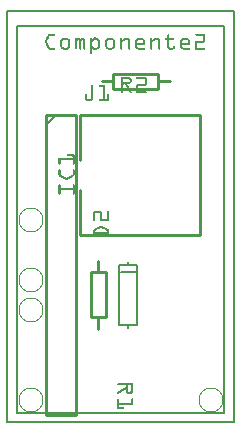
<source format=gto>
G04 MADE WITH FRITZING*
G04 WWW.FRITZING.ORG*
G04 SINGLE SIDED*
G04 HOLES NOT PLATED*
G04 CONTOUR ON CENTER OF CONTOUR VECTOR*
%ASAXBY*%
%FSLAX23Y23*%
%MOIN*%
%OFA0B0*%
%SFA1.0B1.0*%
%ADD10C,0.083472X0.0765278*%
%ADD11R,0.765614X1.379010X0.749614X1.363010*%
%ADD12C,0.008000*%
%ADD13C,0.010000*%
%ADD14C,0.005000*%
%ADD15R,0.001000X0.001000*%
%LNSILK1*%
G90*
G70*
G54D10*
X83Y379D03*
X83Y479D03*
X83Y679D03*
X83Y79D03*
X683Y79D03*
G54D12*
X4Y1375D02*
X762Y1375D01*
X762Y4D01*
X4Y4D01*
X4Y1375D01*
D02*
G54D13*
X246Y629D02*
X646Y629D01*
D02*
X646Y629D02*
X646Y1029D01*
D02*
X646Y1029D02*
X246Y1029D01*
D02*
X246Y629D02*
X246Y779D01*
D02*
X246Y879D02*
X246Y1029D01*
G54D12*
D02*
X378Y329D02*
X378Y529D01*
D02*
X378Y529D02*
X408Y529D01*
D02*
X408Y529D02*
X438Y529D01*
D02*
X438Y529D02*
X438Y329D01*
D02*
X438Y329D02*
X408Y329D01*
D02*
X408Y329D02*
X378Y329D01*
D02*
X408Y529D02*
X408Y539D01*
D02*
X408Y329D02*
X408Y319D01*
D02*
X383Y504D02*
X433Y504D01*
G54D13*
D02*
X308Y542D02*
X308Y505D01*
D02*
X308Y355D02*
X308Y317D01*
D02*
X333Y505D02*
X333Y355D01*
D02*
X333Y355D02*
X283Y355D01*
D02*
X283Y355D02*
X283Y505D01*
D02*
X283Y505D02*
X333Y505D01*
D02*
X321Y1141D02*
X358Y1141D01*
D02*
X508Y1141D02*
X546Y1141D01*
D02*
X358Y1166D02*
X508Y1166D01*
D02*
X508Y1166D02*
X508Y1116D01*
D02*
X508Y1116D02*
X358Y1116D01*
D02*
X358Y1116D02*
X358Y1166D01*
D02*
X133Y1029D02*
X133Y29D01*
D02*
X133Y29D02*
X233Y29D01*
D02*
X233Y29D02*
X233Y1029D01*
D02*
X233Y1029D02*
X133Y1029D01*
G54D14*
D02*
X133Y994D02*
X168Y1029D01*
G54D12*
X37Y1326D02*
X37Y35D01*
X729Y35D01*
X729Y1326D01*
X37Y1326D01*
D02*
G54D15*
X146Y1300D02*
X163Y1300D01*
X633Y1300D02*
X660Y1300D01*
X144Y1299D02*
X164Y1299D01*
X632Y1299D02*
X662Y1299D01*
X143Y1298D02*
X165Y1298D01*
X631Y1298D02*
X663Y1298D01*
X142Y1297D02*
X165Y1297D01*
X540Y1297D02*
X542Y1297D01*
X631Y1297D02*
X664Y1297D01*
X141Y1296D02*
X165Y1296D01*
X539Y1296D02*
X543Y1296D01*
X631Y1296D02*
X664Y1296D01*
X140Y1295D02*
X164Y1295D01*
X538Y1295D02*
X544Y1295D01*
X632Y1295D02*
X664Y1295D01*
X140Y1294D02*
X163Y1294D01*
X538Y1294D02*
X544Y1294D01*
X633Y1294D02*
X665Y1294D01*
X139Y1293D02*
X147Y1293D01*
X538Y1293D02*
X544Y1293D01*
X659Y1293D02*
X665Y1293D01*
X139Y1292D02*
X146Y1292D01*
X538Y1292D02*
X544Y1292D01*
X659Y1292D02*
X665Y1292D01*
X138Y1291D02*
X145Y1291D01*
X538Y1291D02*
X544Y1291D01*
X659Y1291D02*
X665Y1291D01*
X138Y1290D02*
X145Y1290D01*
X538Y1290D02*
X544Y1290D01*
X659Y1290D02*
X665Y1290D01*
X137Y1289D02*
X144Y1289D01*
X538Y1289D02*
X544Y1289D01*
X659Y1289D02*
X665Y1289D01*
X137Y1288D02*
X144Y1288D01*
X538Y1288D02*
X544Y1288D01*
X659Y1288D02*
X665Y1288D01*
X136Y1287D02*
X143Y1287D01*
X284Y1287D02*
X285Y1287D01*
X295Y1287D02*
X301Y1287D01*
X538Y1287D02*
X544Y1287D01*
X659Y1287D02*
X665Y1287D01*
X136Y1286D02*
X143Y1286D01*
X282Y1286D02*
X287Y1286D01*
X293Y1286D02*
X303Y1286D01*
X538Y1286D02*
X544Y1286D01*
X659Y1286D02*
X665Y1286D01*
X135Y1285D02*
X142Y1285D01*
X190Y1285D02*
X206Y1285D01*
X232Y1285D02*
X236Y1285D01*
X240Y1285D02*
X246Y1285D01*
X254Y1285D02*
X259Y1285D01*
X282Y1285D02*
X287Y1285D01*
X292Y1285D02*
X305Y1285D01*
X340Y1285D02*
X356Y1285D01*
X383Y1285D02*
X386Y1285D01*
X397Y1285D02*
X408Y1285D01*
X440Y1285D02*
X456Y1285D01*
X483Y1285D02*
X486Y1285D01*
X497Y1285D02*
X508Y1285D01*
X532Y1285D02*
X560Y1285D01*
X590Y1285D02*
X606Y1285D01*
X659Y1285D02*
X665Y1285D01*
X135Y1284D02*
X142Y1284D01*
X189Y1284D02*
X208Y1284D01*
X231Y1284D02*
X236Y1284D01*
X238Y1284D02*
X248Y1284D01*
X252Y1284D02*
X261Y1284D01*
X281Y1284D02*
X287Y1284D01*
X290Y1284D02*
X306Y1284D01*
X338Y1284D02*
X358Y1284D01*
X382Y1284D02*
X387Y1284D01*
X395Y1284D02*
X409Y1284D01*
X438Y1284D02*
X458Y1284D01*
X482Y1284D02*
X487Y1284D01*
X495Y1284D02*
X509Y1284D01*
X532Y1284D02*
X561Y1284D01*
X588Y1284D02*
X608Y1284D01*
X659Y1284D02*
X665Y1284D01*
X134Y1283D02*
X141Y1283D01*
X187Y1283D02*
X209Y1283D01*
X231Y1283D02*
X249Y1283D01*
X251Y1283D02*
X262Y1283D01*
X281Y1283D02*
X287Y1283D01*
X289Y1283D02*
X307Y1283D01*
X337Y1283D02*
X359Y1283D01*
X381Y1283D02*
X387Y1283D01*
X393Y1283D02*
X411Y1283D01*
X437Y1283D02*
X459Y1283D01*
X481Y1283D02*
X487Y1283D01*
X493Y1283D02*
X511Y1283D01*
X531Y1283D02*
X561Y1283D01*
X587Y1283D02*
X609Y1283D01*
X659Y1283D02*
X665Y1283D01*
X134Y1282D02*
X141Y1282D01*
X186Y1282D02*
X210Y1282D01*
X231Y1282D02*
X263Y1282D01*
X281Y1282D02*
X309Y1282D01*
X336Y1282D02*
X360Y1282D01*
X381Y1282D02*
X387Y1282D01*
X392Y1282D02*
X412Y1282D01*
X436Y1282D02*
X460Y1282D01*
X481Y1282D02*
X487Y1282D01*
X491Y1282D02*
X511Y1282D01*
X531Y1282D02*
X561Y1282D01*
X586Y1282D02*
X610Y1282D01*
X659Y1282D02*
X665Y1282D01*
X133Y1281D02*
X140Y1281D01*
X185Y1281D02*
X212Y1281D01*
X231Y1281D02*
X264Y1281D01*
X281Y1281D02*
X310Y1281D01*
X335Y1281D02*
X361Y1281D01*
X381Y1281D02*
X387Y1281D01*
X390Y1281D02*
X412Y1281D01*
X435Y1281D02*
X461Y1281D01*
X481Y1281D02*
X487Y1281D01*
X490Y1281D02*
X512Y1281D01*
X531Y1281D02*
X561Y1281D01*
X585Y1281D02*
X611Y1281D01*
X659Y1281D02*
X665Y1281D01*
X133Y1280D02*
X140Y1280D01*
X184Y1280D02*
X212Y1280D01*
X231Y1280D02*
X264Y1280D01*
X281Y1280D02*
X296Y1280D01*
X301Y1280D02*
X311Y1280D01*
X334Y1280D02*
X362Y1280D01*
X381Y1280D02*
X413Y1280D01*
X434Y1280D02*
X462Y1280D01*
X481Y1280D02*
X513Y1280D01*
X532Y1280D02*
X560Y1280D01*
X584Y1280D02*
X612Y1280D01*
X659Y1280D02*
X665Y1280D01*
X133Y1279D02*
X139Y1279D01*
X183Y1279D02*
X213Y1279D01*
X231Y1279D02*
X264Y1279D01*
X281Y1279D02*
X294Y1279D01*
X302Y1279D02*
X312Y1279D01*
X333Y1279D02*
X363Y1279D01*
X381Y1279D02*
X413Y1279D01*
X433Y1279D02*
X463Y1279D01*
X481Y1279D02*
X513Y1279D01*
X534Y1279D02*
X559Y1279D01*
X583Y1279D02*
X613Y1279D01*
X659Y1279D02*
X665Y1279D01*
X132Y1278D02*
X139Y1278D01*
X183Y1278D02*
X191Y1278D01*
X205Y1278D02*
X214Y1278D01*
X231Y1278D02*
X241Y1278D01*
X245Y1278D02*
X255Y1278D01*
X258Y1278D02*
X264Y1278D01*
X281Y1278D02*
X293Y1278D01*
X303Y1278D02*
X313Y1278D01*
X333Y1278D02*
X341Y1278D01*
X355Y1278D02*
X364Y1278D01*
X381Y1278D02*
X397Y1278D01*
X407Y1278D02*
X414Y1278D01*
X432Y1278D02*
X441Y1278D01*
X455Y1278D02*
X464Y1278D01*
X481Y1278D02*
X497Y1278D01*
X507Y1278D02*
X514Y1278D01*
X538Y1278D02*
X544Y1278D01*
X582Y1278D02*
X591Y1278D01*
X605Y1278D02*
X614Y1278D01*
X659Y1278D02*
X665Y1278D01*
X132Y1277D02*
X138Y1277D01*
X182Y1277D02*
X190Y1277D01*
X207Y1277D02*
X214Y1277D01*
X231Y1277D02*
X240Y1277D01*
X245Y1277D02*
X254Y1277D01*
X258Y1277D02*
X264Y1277D01*
X281Y1277D02*
X292Y1277D01*
X305Y1277D02*
X313Y1277D01*
X332Y1277D02*
X340Y1277D01*
X357Y1277D02*
X364Y1277D01*
X381Y1277D02*
X396Y1277D01*
X407Y1277D02*
X414Y1277D01*
X432Y1277D02*
X440Y1277D01*
X457Y1277D02*
X464Y1277D01*
X481Y1277D02*
X496Y1277D01*
X507Y1277D02*
X514Y1277D01*
X538Y1277D02*
X544Y1277D01*
X582Y1277D02*
X590Y1277D01*
X607Y1277D02*
X614Y1277D01*
X658Y1277D02*
X665Y1277D01*
X132Y1276D02*
X138Y1276D01*
X182Y1276D02*
X189Y1276D01*
X208Y1276D02*
X215Y1276D01*
X231Y1276D02*
X239Y1276D01*
X245Y1276D02*
X253Y1276D01*
X259Y1276D02*
X264Y1276D01*
X281Y1276D02*
X291Y1276D01*
X306Y1276D02*
X314Y1276D01*
X332Y1276D02*
X339Y1276D01*
X358Y1276D02*
X365Y1276D01*
X381Y1276D02*
X394Y1276D01*
X408Y1276D02*
X414Y1276D01*
X432Y1276D02*
X439Y1276D01*
X458Y1276D02*
X464Y1276D01*
X481Y1276D02*
X494Y1276D01*
X508Y1276D02*
X514Y1276D01*
X538Y1276D02*
X544Y1276D01*
X582Y1276D02*
X588Y1276D01*
X607Y1276D02*
X614Y1276D01*
X635Y1276D02*
X665Y1276D01*
X132Y1275D02*
X138Y1275D01*
X182Y1275D02*
X188Y1275D01*
X208Y1275D02*
X215Y1275D01*
X231Y1275D02*
X238Y1275D01*
X245Y1275D02*
X251Y1275D01*
X259Y1275D02*
X265Y1275D01*
X281Y1275D02*
X290Y1275D01*
X307Y1275D02*
X314Y1275D01*
X332Y1275D02*
X338Y1275D01*
X358Y1275D02*
X365Y1275D01*
X381Y1275D02*
X393Y1275D01*
X408Y1275D02*
X414Y1275D01*
X431Y1275D02*
X438Y1275D01*
X458Y1275D02*
X465Y1275D01*
X481Y1275D02*
X493Y1275D01*
X508Y1275D02*
X514Y1275D01*
X538Y1275D02*
X544Y1275D01*
X581Y1275D02*
X588Y1275D01*
X608Y1275D02*
X615Y1275D01*
X633Y1275D02*
X664Y1275D01*
X132Y1274D02*
X138Y1274D01*
X182Y1274D02*
X188Y1274D01*
X209Y1274D02*
X215Y1274D01*
X231Y1274D02*
X237Y1274D01*
X245Y1274D02*
X251Y1274D01*
X259Y1274D02*
X265Y1274D01*
X281Y1274D02*
X289Y1274D01*
X308Y1274D02*
X315Y1274D01*
X331Y1274D02*
X337Y1274D01*
X359Y1274D02*
X365Y1274D01*
X381Y1274D02*
X391Y1274D01*
X408Y1274D02*
X414Y1274D01*
X431Y1274D02*
X437Y1274D01*
X459Y1274D02*
X465Y1274D01*
X481Y1274D02*
X491Y1274D01*
X508Y1274D02*
X514Y1274D01*
X538Y1274D02*
X544Y1274D01*
X581Y1274D02*
X587Y1274D01*
X609Y1274D02*
X615Y1274D01*
X632Y1274D02*
X664Y1274D01*
X132Y1273D02*
X138Y1273D01*
X181Y1273D02*
X187Y1273D01*
X209Y1273D02*
X215Y1273D01*
X231Y1273D02*
X237Y1273D01*
X245Y1273D02*
X251Y1273D01*
X259Y1273D02*
X265Y1273D01*
X281Y1273D02*
X288Y1273D01*
X309Y1273D02*
X315Y1273D01*
X331Y1273D02*
X337Y1273D01*
X359Y1273D02*
X365Y1273D01*
X381Y1273D02*
X390Y1273D01*
X408Y1273D02*
X414Y1273D01*
X431Y1273D02*
X437Y1273D01*
X459Y1273D02*
X465Y1273D01*
X481Y1273D02*
X489Y1273D01*
X508Y1273D02*
X514Y1273D01*
X538Y1273D02*
X544Y1273D01*
X581Y1273D02*
X587Y1273D01*
X609Y1273D02*
X615Y1273D01*
X632Y1273D02*
X663Y1273D01*
X132Y1272D02*
X138Y1272D01*
X181Y1272D02*
X187Y1272D01*
X209Y1272D02*
X215Y1272D01*
X231Y1272D02*
X237Y1272D01*
X245Y1272D02*
X251Y1272D01*
X259Y1272D02*
X265Y1272D01*
X281Y1272D02*
X288Y1272D01*
X309Y1272D02*
X315Y1272D01*
X331Y1272D02*
X337Y1272D01*
X359Y1272D02*
X365Y1272D01*
X381Y1272D02*
X388Y1272D01*
X408Y1272D02*
X414Y1272D01*
X431Y1272D02*
X437Y1272D01*
X459Y1272D02*
X465Y1272D01*
X481Y1272D02*
X488Y1272D01*
X508Y1272D02*
X514Y1272D01*
X538Y1272D02*
X544Y1272D01*
X581Y1272D02*
X587Y1272D01*
X609Y1272D02*
X615Y1272D01*
X631Y1272D02*
X662Y1272D01*
X132Y1271D02*
X138Y1271D01*
X181Y1271D02*
X187Y1271D01*
X209Y1271D02*
X215Y1271D01*
X231Y1271D02*
X237Y1271D01*
X245Y1271D02*
X251Y1271D01*
X259Y1271D02*
X265Y1271D01*
X281Y1271D02*
X287Y1271D01*
X309Y1271D02*
X315Y1271D01*
X331Y1271D02*
X337Y1271D01*
X359Y1271D02*
X365Y1271D01*
X381Y1271D02*
X387Y1271D01*
X408Y1271D02*
X414Y1271D01*
X431Y1271D02*
X437Y1271D01*
X459Y1271D02*
X465Y1271D01*
X481Y1271D02*
X487Y1271D01*
X508Y1271D02*
X514Y1271D01*
X538Y1271D02*
X544Y1271D01*
X581Y1271D02*
X587Y1271D01*
X609Y1271D02*
X615Y1271D01*
X631Y1271D02*
X661Y1271D01*
X132Y1270D02*
X138Y1270D01*
X181Y1270D02*
X187Y1270D01*
X209Y1270D02*
X215Y1270D01*
X231Y1270D02*
X237Y1270D01*
X245Y1270D02*
X251Y1270D01*
X259Y1270D02*
X265Y1270D01*
X281Y1270D02*
X287Y1270D01*
X309Y1270D02*
X315Y1270D01*
X331Y1270D02*
X337Y1270D01*
X359Y1270D02*
X365Y1270D01*
X381Y1270D02*
X387Y1270D01*
X408Y1270D02*
X414Y1270D01*
X431Y1270D02*
X437Y1270D01*
X459Y1270D02*
X465Y1270D01*
X481Y1270D02*
X487Y1270D01*
X508Y1270D02*
X514Y1270D01*
X538Y1270D02*
X544Y1270D01*
X581Y1270D02*
X587Y1270D01*
X609Y1270D02*
X615Y1270D01*
X631Y1270D02*
X638Y1270D01*
X132Y1269D02*
X139Y1269D01*
X181Y1269D02*
X187Y1269D01*
X209Y1269D02*
X215Y1269D01*
X231Y1269D02*
X237Y1269D01*
X245Y1269D02*
X251Y1269D01*
X259Y1269D02*
X265Y1269D01*
X281Y1269D02*
X287Y1269D01*
X309Y1269D02*
X315Y1269D01*
X331Y1269D02*
X337Y1269D01*
X359Y1269D02*
X365Y1269D01*
X381Y1269D02*
X387Y1269D01*
X408Y1269D02*
X414Y1269D01*
X431Y1269D02*
X437Y1269D01*
X459Y1269D02*
X465Y1269D01*
X481Y1269D02*
X487Y1269D01*
X508Y1269D02*
X514Y1269D01*
X538Y1269D02*
X544Y1269D01*
X581Y1269D02*
X587Y1269D01*
X609Y1269D02*
X615Y1269D01*
X631Y1269D02*
X637Y1269D01*
X133Y1268D02*
X139Y1268D01*
X181Y1268D02*
X187Y1268D01*
X209Y1268D02*
X215Y1268D01*
X231Y1268D02*
X237Y1268D01*
X245Y1268D02*
X251Y1268D01*
X259Y1268D02*
X265Y1268D01*
X281Y1268D02*
X287Y1268D01*
X309Y1268D02*
X315Y1268D01*
X331Y1268D02*
X337Y1268D01*
X359Y1268D02*
X365Y1268D01*
X381Y1268D02*
X387Y1268D01*
X408Y1268D02*
X414Y1268D01*
X431Y1268D02*
X465Y1268D01*
X481Y1268D02*
X487Y1268D01*
X508Y1268D02*
X514Y1268D01*
X538Y1268D02*
X544Y1268D01*
X581Y1268D02*
X615Y1268D01*
X631Y1268D02*
X637Y1268D01*
X133Y1267D02*
X140Y1267D01*
X181Y1267D02*
X187Y1267D01*
X209Y1267D02*
X215Y1267D01*
X231Y1267D02*
X237Y1267D01*
X245Y1267D02*
X251Y1267D01*
X259Y1267D02*
X265Y1267D01*
X281Y1267D02*
X287Y1267D01*
X309Y1267D02*
X315Y1267D01*
X331Y1267D02*
X337Y1267D01*
X359Y1267D02*
X365Y1267D01*
X381Y1267D02*
X387Y1267D01*
X408Y1267D02*
X414Y1267D01*
X431Y1267D02*
X465Y1267D01*
X481Y1267D02*
X487Y1267D01*
X508Y1267D02*
X514Y1267D01*
X538Y1267D02*
X544Y1267D01*
X581Y1267D02*
X615Y1267D01*
X631Y1267D02*
X637Y1267D01*
X133Y1266D02*
X140Y1266D01*
X181Y1266D02*
X187Y1266D01*
X209Y1266D02*
X215Y1266D01*
X231Y1266D02*
X237Y1266D01*
X245Y1266D02*
X251Y1266D01*
X259Y1266D02*
X265Y1266D01*
X281Y1266D02*
X287Y1266D01*
X309Y1266D02*
X315Y1266D01*
X331Y1266D02*
X337Y1266D01*
X359Y1266D02*
X365Y1266D01*
X381Y1266D02*
X387Y1266D01*
X408Y1266D02*
X414Y1266D01*
X431Y1266D02*
X465Y1266D01*
X481Y1266D02*
X487Y1266D01*
X508Y1266D02*
X514Y1266D01*
X538Y1266D02*
X544Y1266D01*
X581Y1266D02*
X615Y1266D01*
X631Y1266D02*
X637Y1266D01*
X134Y1265D02*
X141Y1265D01*
X181Y1265D02*
X187Y1265D01*
X209Y1265D02*
X215Y1265D01*
X231Y1265D02*
X237Y1265D01*
X245Y1265D02*
X251Y1265D01*
X259Y1265D02*
X265Y1265D01*
X281Y1265D02*
X287Y1265D01*
X309Y1265D02*
X315Y1265D01*
X331Y1265D02*
X337Y1265D01*
X359Y1265D02*
X365Y1265D01*
X381Y1265D02*
X387Y1265D01*
X408Y1265D02*
X414Y1265D01*
X431Y1265D02*
X465Y1265D01*
X481Y1265D02*
X487Y1265D01*
X508Y1265D02*
X514Y1265D01*
X538Y1265D02*
X544Y1265D01*
X581Y1265D02*
X615Y1265D01*
X631Y1265D02*
X637Y1265D01*
X134Y1264D02*
X141Y1264D01*
X181Y1264D02*
X187Y1264D01*
X209Y1264D02*
X215Y1264D01*
X231Y1264D02*
X237Y1264D01*
X245Y1264D02*
X251Y1264D01*
X259Y1264D02*
X265Y1264D01*
X281Y1264D02*
X287Y1264D01*
X309Y1264D02*
X315Y1264D01*
X331Y1264D02*
X337Y1264D01*
X359Y1264D02*
X365Y1264D01*
X381Y1264D02*
X387Y1264D01*
X408Y1264D02*
X414Y1264D01*
X431Y1264D02*
X465Y1264D01*
X481Y1264D02*
X487Y1264D01*
X508Y1264D02*
X514Y1264D01*
X538Y1264D02*
X544Y1264D01*
X581Y1264D02*
X615Y1264D01*
X631Y1264D02*
X637Y1264D01*
X135Y1263D02*
X142Y1263D01*
X181Y1263D02*
X187Y1263D01*
X209Y1263D02*
X215Y1263D01*
X231Y1263D02*
X237Y1263D01*
X245Y1263D02*
X251Y1263D01*
X259Y1263D02*
X265Y1263D01*
X281Y1263D02*
X287Y1263D01*
X309Y1263D02*
X315Y1263D01*
X331Y1263D02*
X337Y1263D01*
X359Y1263D02*
X365Y1263D01*
X381Y1263D02*
X387Y1263D01*
X408Y1263D02*
X414Y1263D01*
X431Y1263D02*
X464Y1263D01*
X481Y1263D02*
X487Y1263D01*
X508Y1263D02*
X514Y1263D01*
X538Y1263D02*
X544Y1263D01*
X581Y1263D02*
X614Y1263D01*
X631Y1263D02*
X637Y1263D01*
X135Y1262D02*
X142Y1262D01*
X181Y1262D02*
X187Y1262D01*
X209Y1262D02*
X215Y1262D01*
X231Y1262D02*
X237Y1262D01*
X245Y1262D02*
X251Y1262D01*
X259Y1262D02*
X265Y1262D01*
X281Y1262D02*
X287Y1262D01*
X309Y1262D02*
X315Y1262D01*
X331Y1262D02*
X337Y1262D01*
X359Y1262D02*
X365Y1262D01*
X381Y1262D02*
X387Y1262D01*
X408Y1262D02*
X414Y1262D01*
X431Y1262D02*
X464Y1262D01*
X481Y1262D02*
X487Y1262D01*
X508Y1262D02*
X514Y1262D01*
X538Y1262D02*
X544Y1262D01*
X581Y1262D02*
X613Y1262D01*
X631Y1262D02*
X637Y1262D01*
X136Y1261D02*
X143Y1261D01*
X181Y1261D02*
X187Y1261D01*
X209Y1261D02*
X215Y1261D01*
X231Y1261D02*
X237Y1261D01*
X245Y1261D02*
X251Y1261D01*
X259Y1261D02*
X265Y1261D01*
X281Y1261D02*
X288Y1261D01*
X309Y1261D02*
X315Y1261D01*
X331Y1261D02*
X337Y1261D01*
X359Y1261D02*
X365Y1261D01*
X381Y1261D02*
X387Y1261D01*
X408Y1261D02*
X414Y1261D01*
X431Y1261D02*
X438Y1261D01*
X481Y1261D02*
X487Y1261D01*
X508Y1261D02*
X514Y1261D01*
X538Y1261D02*
X544Y1261D01*
X581Y1261D02*
X587Y1261D01*
X631Y1261D02*
X637Y1261D01*
X136Y1260D02*
X143Y1260D01*
X181Y1260D02*
X187Y1260D01*
X209Y1260D02*
X215Y1260D01*
X231Y1260D02*
X237Y1260D01*
X245Y1260D02*
X251Y1260D01*
X259Y1260D02*
X265Y1260D01*
X281Y1260D02*
X288Y1260D01*
X309Y1260D02*
X315Y1260D01*
X331Y1260D02*
X337Y1260D01*
X359Y1260D02*
X365Y1260D01*
X381Y1260D02*
X387Y1260D01*
X408Y1260D02*
X414Y1260D01*
X431Y1260D02*
X437Y1260D01*
X481Y1260D02*
X487Y1260D01*
X508Y1260D02*
X514Y1260D01*
X538Y1260D02*
X544Y1260D01*
X581Y1260D02*
X587Y1260D01*
X631Y1260D02*
X637Y1260D01*
X137Y1259D02*
X144Y1259D01*
X181Y1259D02*
X188Y1259D01*
X209Y1259D02*
X215Y1259D01*
X231Y1259D02*
X237Y1259D01*
X245Y1259D02*
X251Y1259D01*
X259Y1259D02*
X265Y1259D01*
X281Y1259D02*
X288Y1259D01*
X309Y1259D02*
X315Y1259D01*
X331Y1259D02*
X337Y1259D01*
X359Y1259D02*
X365Y1259D01*
X381Y1259D02*
X387Y1259D01*
X409Y1259D02*
X414Y1259D01*
X431Y1259D02*
X437Y1259D01*
X481Y1259D02*
X487Y1259D01*
X508Y1259D02*
X514Y1259D01*
X538Y1259D02*
X544Y1259D01*
X561Y1259D02*
X563Y1259D01*
X581Y1259D02*
X587Y1259D01*
X631Y1259D02*
X637Y1259D01*
X137Y1258D02*
X144Y1258D01*
X182Y1258D02*
X188Y1258D01*
X209Y1258D02*
X215Y1258D01*
X231Y1258D02*
X237Y1258D01*
X245Y1258D02*
X251Y1258D01*
X259Y1258D02*
X265Y1258D01*
X281Y1258D02*
X289Y1258D01*
X308Y1258D02*
X315Y1258D01*
X331Y1258D02*
X338Y1258D01*
X359Y1258D02*
X365Y1258D01*
X381Y1258D02*
X387Y1258D01*
X409Y1258D02*
X415Y1258D01*
X431Y1258D02*
X438Y1258D01*
X481Y1258D02*
X487Y1258D01*
X508Y1258D02*
X514Y1258D01*
X538Y1258D02*
X544Y1258D01*
X560Y1258D02*
X564Y1258D01*
X581Y1258D02*
X587Y1258D01*
X631Y1258D02*
X637Y1258D01*
X138Y1257D02*
X145Y1257D01*
X182Y1257D02*
X188Y1257D01*
X208Y1257D02*
X215Y1257D01*
X231Y1257D02*
X237Y1257D01*
X245Y1257D02*
X251Y1257D01*
X259Y1257D02*
X265Y1257D01*
X281Y1257D02*
X291Y1257D01*
X307Y1257D02*
X314Y1257D01*
X332Y1257D02*
X338Y1257D01*
X358Y1257D02*
X365Y1257D01*
X381Y1257D02*
X387Y1257D01*
X409Y1257D02*
X415Y1257D01*
X431Y1257D02*
X438Y1257D01*
X481Y1257D02*
X487Y1257D01*
X509Y1257D02*
X514Y1257D01*
X538Y1257D02*
X544Y1257D01*
X559Y1257D02*
X564Y1257D01*
X581Y1257D02*
X588Y1257D01*
X631Y1257D02*
X637Y1257D01*
X138Y1256D02*
X145Y1256D01*
X182Y1256D02*
X189Y1256D01*
X207Y1256D02*
X215Y1256D01*
X231Y1256D02*
X237Y1256D01*
X245Y1256D02*
X251Y1256D01*
X259Y1256D02*
X265Y1256D01*
X281Y1256D02*
X292Y1256D01*
X305Y1256D02*
X314Y1256D01*
X332Y1256D02*
X339Y1256D01*
X357Y1256D02*
X364Y1256D01*
X381Y1256D02*
X387Y1256D01*
X409Y1256D02*
X415Y1256D01*
X432Y1256D02*
X439Y1256D01*
X481Y1256D02*
X487Y1256D01*
X509Y1256D02*
X515Y1256D01*
X538Y1256D02*
X544Y1256D01*
X559Y1256D02*
X565Y1256D01*
X582Y1256D02*
X589Y1256D01*
X631Y1256D02*
X637Y1256D01*
X139Y1255D02*
X146Y1255D01*
X182Y1255D02*
X190Y1255D01*
X206Y1255D02*
X214Y1255D01*
X231Y1255D02*
X237Y1255D01*
X245Y1255D02*
X251Y1255D01*
X259Y1255D02*
X265Y1255D01*
X281Y1255D02*
X292Y1255D01*
X304Y1255D02*
X313Y1255D01*
X332Y1255D02*
X340Y1255D01*
X356Y1255D02*
X364Y1255D01*
X381Y1255D02*
X387Y1255D01*
X409Y1255D02*
X415Y1255D01*
X432Y1255D02*
X440Y1255D01*
X481Y1255D02*
X487Y1255D01*
X509Y1255D02*
X515Y1255D01*
X538Y1255D02*
X545Y1255D01*
X558Y1255D02*
X565Y1255D01*
X582Y1255D02*
X590Y1255D01*
X631Y1255D02*
X637Y1255D01*
X139Y1254D02*
X147Y1254D01*
X183Y1254D02*
X192Y1254D01*
X205Y1254D02*
X214Y1254D01*
X231Y1254D02*
X237Y1254D01*
X245Y1254D02*
X251Y1254D01*
X259Y1254D02*
X265Y1254D01*
X281Y1254D02*
X293Y1254D01*
X303Y1254D02*
X313Y1254D01*
X333Y1254D02*
X341Y1254D01*
X355Y1254D02*
X364Y1254D01*
X381Y1254D02*
X387Y1254D01*
X409Y1254D02*
X415Y1254D01*
X432Y1254D02*
X441Y1254D01*
X481Y1254D02*
X487Y1254D01*
X509Y1254D02*
X515Y1254D01*
X538Y1254D02*
X546Y1254D01*
X557Y1254D02*
X564Y1254D01*
X582Y1254D02*
X591Y1254D01*
X631Y1254D02*
X637Y1254D01*
X140Y1253D02*
X163Y1253D01*
X183Y1253D02*
X213Y1253D01*
X231Y1253D02*
X237Y1253D01*
X245Y1253D02*
X251Y1253D01*
X259Y1253D02*
X265Y1253D01*
X281Y1253D02*
X295Y1253D01*
X302Y1253D02*
X312Y1253D01*
X333Y1253D02*
X363Y1253D01*
X381Y1253D02*
X387Y1253D01*
X409Y1253D02*
X415Y1253D01*
X433Y1253D02*
X463Y1253D01*
X481Y1253D02*
X487Y1253D01*
X509Y1253D02*
X515Y1253D01*
X539Y1253D02*
X564Y1253D01*
X583Y1253D02*
X613Y1253D01*
X631Y1253D02*
X663Y1253D01*
X140Y1252D02*
X164Y1252D01*
X184Y1252D02*
X212Y1252D01*
X231Y1252D02*
X237Y1252D01*
X245Y1252D02*
X251Y1252D01*
X259Y1252D02*
X265Y1252D01*
X281Y1252D02*
X297Y1252D01*
X300Y1252D02*
X311Y1252D01*
X334Y1252D02*
X362Y1252D01*
X381Y1252D02*
X387Y1252D01*
X409Y1252D02*
X415Y1252D01*
X434Y1252D02*
X464Y1252D01*
X481Y1252D02*
X487Y1252D01*
X509Y1252D02*
X515Y1252D01*
X539Y1252D02*
X564Y1252D01*
X584Y1252D02*
X614Y1252D01*
X631Y1252D02*
X664Y1252D01*
X141Y1251D02*
X165Y1251D01*
X185Y1251D02*
X211Y1251D01*
X231Y1251D02*
X237Y1251D01*
X245Y1251D02*
X251Y1251D01*
X259Y1251D02*
X265Y1251D01*
X281Y1251D02*
X309Y1251D01*
X335Y1251D02*
X361Y1251D01*
X381Y1251D02*
X387Y1251D01*
X409Y1251D02*
X415Y1251D01*
X435Y1251D02*
X465Y1251D01*
X481Y1251D02*
X487Y1251D01*
X509Y1251D02*
X515Y1251D01*
X540Y1251D02*
X563Y1251D01*
X585Y1251D02*
X614Y1251D01*
X631Y1251D02*
X664Y1251D01*
X142Y1250D02*
X165Y1250D01*
X186Y1250D02*
X210Y1250D01*
X231Y1250D02*
X237Y1250D01*
X245Y1250D02*
X251Y1250D01*
X259Y1250D02*
X265Y1250D01*
X281Y1250D02*
X308Y1250D01*
X336Y1250D02*
X360Y1250D01*
X381Y1250D02*
X387Y1250D01*
X409Y1250D02*
X415Y1250D01*
X436Y1250D02*
X465Y1250D01*
X481Y1250D02*
X487Y1250D01*
X509Y1250D02*
X515Y1250D01*
X541Y1250D02*
X562Y1250D01*
X586Y1250D02*
X615Y1250D01*
X631Y1250D02*
X665Y1250D01*
X143Y1249D02*
X165Y1249D01*
X188Y1249D02*
X209Y1249D01*
X231Y1249D02*
X237Y1249D01*
X245Y1249D02*
X251Y1249D01*
X260Y1249D02*
X265Y1249D01*
X281Y1249D02*
X287Y1249D01*
X290Y1249D02*
X307Y1249D01*
X337Y1249D02*
X359Y1249D01*
X381Y1249D02*
X387Y1249D01*
X409Y1249D02*
X415Y1249D01*
X437Y1249D02*
X465Y1249D01*
X481Y1249D02*
X487Y1249D01*
X509Y1249D02*
X515Y1249D01*
X542Y1249D02*
X561Y1249D01*
X587Y1249D02*
X615Y1249D01*
X631Y1249D02*
X664Y1249D01*
X144Y1248D02*
X164Y1248D01*
X189Y1248D02*
X208Y1248D01*
X232Y1248D02*
X236Y1248D01*
X246Y1248D02*
X251Y1248D01*
X260Y1248D02*
X265Y1248D01*
X281Y1248D02*
X287Y1248D01*
X291Y1248D02*
X306Y1248D01*
X339Y1248D02*
X357Y1248D01*
X382Y1248D02*
X387Y1248D01*
X409Y1248D02*
X414Y1248D01*
X439Y1248D02*
X464Y1248D01*
X482Y1248D02*
X487Y1248D01*
X509Y1248D02*
X514Y1248D01*
X543Y1248D02*
X560Y1248D01*
X589Y1248D02*
X614Y1248D01*
X631Y1248D02*
X664Y1248D01*
X146Y1247D02*
X163Y1247D01*
X191Y1247D02*
X206Y1247D01*
X233Y1247D02*
X235Y1247D01*
X247Y1247D02*
X249Y1247D01*
X261Y1247D02*
X264Y1247D01*
X281Y1247D02*
X287Y1247D01*
X292Y1247D02*
X305Y1247D01*
X341Y1247D02*
X355Y1247D01*
X383Y1247D02*
X386Y1247D01*
X411Y1247D02*
X413Y1247D01*
X441Y1247D02*
X463Y1247D01*
X483Y1247D02*
X486Y1247D01*
X510Y1247D02*
X513Y1247D01*
X545Y1247D02*
X558Y1247D01*
X591Y1247D02*
X613Y1247D01*
X631Y1247D02*
X663Y1247D01*
X281Y1246D02*
X287Y1246D01*
X294Y1246D02*
X303Y1246D01*
X281Y1245D02*
X287Y1245D01*
X298Y1245D02*
X299Y1245D01*
X281Y1244D02*
X287Y1244D01*
X281Y1243D02*
X287Y1243D01*
X281Y1242D02*
X287Y1242D01*
X281Y1241D02*
X287Y1241D01*
X281Y1240D02*
X287Y1240D01*
X281Y1239D02*
X287Y1239D01*
X281Y1238D02*
X287Y1238D01*
X281Y1237D02*
X287Y1237D01*
X281Y1236D02*
X287Y1236D01*
X281Y1235D02*
X287Y1235D01*
X282Y1234D02*
X287Y1234D01*
X282Y1233D02*
X287Y1233D01*
X283Y1232D02*
X285Y1232D01*
X386Y1156D02*
X409Y1156D01*
X439Y1156D02*
X462Y1156D01*
X385Y1155D02*
X413Y1155D01*
X436Y1155D02*
X465Y1155D01*
X385Y1154D02*
X414Y1154D01*
X436Y1154D02*
X467Y1154D01*
X385Y1153D02*
X416Y1153D01*
X435Y1153D02*
X468Y1153D01*
X385Y1152D02*
X417Y1152D01*
X435Y1152D02*
X468Y1152D01*
X385Y1151D02*
X417Y1151D01*
X436Y1151D02*
X469Y1151D01*
X385Y1150D02*
X418Y1150D01*
X436Y1150D02*
X469Y1150D01*
X385Y1149D02*
X418Y1149D01*
X439Y1149D02*
X469Y1149D01*
X385Y1148D02*
X391Y1148D01*
X412Y1148D02*
X419Y1148D01*
X463Y1148D02*
X469Y1148D01*
X385Y1147D02*
X391Y1147D01*
X412Y1147D02*
X419Y1147D01*
X463Y1147D02*
X469Y1147D01*
X385Y1146D02*
X391Y1146D01*
X413Y1146D02*
X419Y1146D01*
X463Y1146D02*
X469Y1146D01*
X385Y1145D02*
X391Y1145D01*
X413Y1145D02*
X419Y1145D01*
X463Y1145D02*
X469Y1145D01*
X385Y1144D02*
X391Y1144D01*
X413Y1144D02*
X419Y1144D01*
X463Y1144D02*
X469Y1144D01*
X385Y1143D02*
X391Y1143D01*
X413Y1143D02*
X419Y1143D01*
X463Y1143D02*
X469Y1143D01*
X385Y1142D02*
X391Y1142D01*
X413Y1142D02*
X419Y1142D01*
X463Y1142D02*
X469Y1142D01*
X385Y1141D02*
X391Y1141D01*
X413Y1141D02*
X419Y1141D01*
X463Y1141D02*
X469Y1141D01*
X385Y1140D02*
X391Y1140D01*
X412Y1140D02*
X419Y1140D01*
X463Y1140D02*
X469Y1140D01*
X385Y1139D02*
X391Y1139D01*
X411Y1139D02*
X418Y1139D01*
X463Y1139D02*
X469Y1139D01*
X385Y1138D02*
X418Y1138D01*
X463Y1138D02*
X469Y1138D01*
X385Y1137D02*
X418Y1137D01*
X463Y1137D02*
X469Y1137D01*
X385Y1136D02*
X417Y1136D01*
X463Y1136D02*
X469Y1136D01*
X385Y1135D02*
X416Y1135D01*
X463Y1135D02*
X469Y1135D01*
X385Y1134D02*
X415Y1134D01*
X463Y1134D02*
X469Y1134D01*
X385Y1133D02*
X414Y1133D01*
X463Y1133D02*
X469Y1133D01*
X385Y1132D02*
X412Y1132D01*
X440Y1132D02*
X469Y1132D01*
X385Y1131D02*
X392Y1131D01*
X397Y1131D02*
X405Y1131D01*
X438Y1131D02*
X469Y1131D01*
X385Y1130D02*
X391Y1130D01*
X398Y1130D02*
X405Y1130D01*
X437Y1130D02*
X468Y1130D01*
X287Y1129D02*
X289Y1129D01*
X313Y1129D02*
X330Y1129D01*
X385Y1129D02*
X391Y1129D01*
X398Y1129D02*
X406Y1129D01*
X436Y1129D02*
X468Y1129D01*
X286Y1128D02*
X290Y1128D01*
X311Y1128D02*
X330Y1128D01*
X385Y1128D02*
X391Y1128D01*
X399Y1128D02*
X406Y1128D01*
X436Y1128D02*
X467Y1128D01*
X285Y1127D02*
X291Y1127D01*
X311Y1127D02*
X330Y1127D01*
X385Y1127D02*
X391Y1127D01*
X400Y1127D02*
X407Y1127D01*
X436Y1127D02*
X466Y1127D01*
X285Y1126D02*
X291Y1126D01*
X311Y1126D02*
X330Y1126D01*
X385Y1126D02*
X391Y1126D01*
X400Y1126D02*
X407Y1126D01*
X435Y1126D02*
X464Y1126D01*
X285Y1125D02*
X291Y1125D01*
X311Y1125D02*
X330Y1125D01*
X385Y1125D02*
X391Y1125D01*
X401Y1125D02*
X408Y1125D01*
X435Y1125D02*
X441Y1125D01*
X285Y1124D02*
X291Y1124D01*
X311Y1124D02*
X330Y1124D01*
X385Y1124D02*
X391Y1124D01*
X401Y1124D02*
X409Y1124D01*
X435Y1124D02*
X441Y1124D01*
X285Y1123D02*
X291Y1123D01*
X312Y1123D02*
X330Y1123D01*
X385Y1123D02*
X391Y1123D01*
X402Y1123D02*
X409Y1123D01*
X435Y1123D02*
X441Y1123D01*
X285Y1122D02*
X291Y1122D01*
X324Y1122D02*
X330Y1122D01*
X385Y1122D02*
X391Y1122D01*
X403Y1122D02*
X410Y1122D01*
X435Y1122D02*
X441Y1122D01*
X285Y1121D02*
X291Y1121D01*
X324Y1121D02*
X330Y1121D01*
X385Y1121D02*
X391Y1121D01*
X403Y1121D02*
X410Y1121D01*
X435Y1121D02*
X441Y1121D01*
X285Y1120D02*
X291Y1120D01*
X324Y1120D02*
X330Y1120D01*
X385Y1120D02*
X391Y1120D01*
X404Y1120D02*
X411Y1120D01*
X435Y1120D02*
X441Y1120D01*
X285Y1119D02*
X291Y1119D01*
X324Y1119D02*
X330Y1119D01*
X385Y1119D02*
X391Y1119D01*
X404Y1119D02*
X412Y1119D01*
X435Y1119D02*
X441Y1119D01*
X285Y1118D02*
X291Y1118D01*
X324Y1118D02*
X330Y1118D01*
X385Y1118D02*
X391Y1118D01*
X405Y1118D02*
X412Y1118D01*
X435Y1118D02*
X441Y1118D01*
X285Y1117D02*
X291Y1117D01*
X324Y1117D02*
X330Y1117D01*
X385Y1117D02*
X391Y1117D01*
X405Y1117D02*
X413Y1117D01*
X435Y1117D02*
X441Y1117D01*
X285Y1116D02*
X291Y1116D01*
X324Y1116D02*
X330Y1116D01*
X385Y1116D02*
X391Y1116D01*
X406Y1116D02*
X413Y1116D01*
X435Y1116D02*
X441Y1116D01*
X285Y1115D02*
X291Y1115D01*
X324Y1115D02*
X330Y1115D01*
X385Y1115D02*
X391Y1115D01*
X407Y1115D02*
X414Y1115D01*
X435Y1115D02*
X441Y1115D01*
X285Y1114D02*
X291Y1114D01*
X324Y1114D02*
X330Y1114D01*
X385Y1114D02*
X391Y1114D01*
X407Y1114D02*
X414Y1114D01*
X435Y1114D02*
X441Y1114D01*
X285Y1113D02*
X291Y1113D01*
X324Y1113D02*
X330Y1113D01*
X385Y1113D02*
X391Y1113D01*
X408Y1113D02*
X415Y1113D01*
X435Y1113D02*
X441Y1113D01*
X285Y1112D02*
X291Y1112D01*
X324Y1112D02*
X330Y1112D01*
X385Y1112D02*
X391Y1112D01*
X408Y1112D02*
X416Y1112D01*
X435Y1112D02*
X441Y1112D01*
X285Y1111D02*
X291Y1111D01*
X324Y1111D02*
X330Y1111D01*
X385Y1111D02*
X391Y1111D01*
X409Y1111D02*
X416Y1111D01*
X435Y1111D02*
X441Y1111D01*
X285Y1110D02*
X291Y1110D01*
X324Y1110D02*
X330Y1110D01*
X385Y1110D02*
X391Y1110D01*
X410Y1110D02*
X417Y1110D01*
X435Y1110D02*
X441Y1110D01*
X285Y1109D02*
X291Y1109D01*
X324Y1109D02*
X330Y1109D01*
X385Y1109D02*
X391Y1109D01*
X410Y1109D02*
X417Y1109D01*
X435Y1109D02*
X442Y1109D01*
X285Y1108D02*
X291Y1108D01*
X324Y1108D02*
X330Y1108D01*
X385Y1108D02*
X391Y1108D01*
X411Y1108D02*
X418Y1108D01*
X435Y1108D02*
X468Y1108D01*
X285Y1107D02*
X291Y1107D01*
X324Y1107D02*
X330Y1107D01*
X385Y1107D02*
X391Y1107D01*
X411Y1107D02*
X418Y1107D01*
X435Y1107D02*
X468Y1107D01*
X285Y1106D02*
X291Y1106D01*
X324Y1106D02*
X330Y1106D01*
X385Y1106D02*
X391Y1106D01*
X412Y1106D02*
X419Y1106D01*
X435Y1106D02*
X469Y1106D01*
X285Y1105D02*
X291Y1105D01*
X324Y1105D02*
X330Y1105D01*
X385Y1105D02*
X391Y1105D01*
X413Y1105D02*
X419Y1105D01*
X435Y1105D02*
X469Y1105D01*
X285Y1104D02*
X291Y1104D01*
X324Y1104D02*
X330Y1104D01*
X386Y1104D02*
X391Y1104D01*
X413Y1104D02*
X419Y1104D01*
X435Y1104D02*
X469Y1104D01*
X285Y1103D02*
X291Y1103D01*
X324Y1103D02*
X330Y1103D01*
X386Y1103D02*
X390Y1103D01*
X414Y1103D02*
X418Y1103D01*
X435Y1103D02*
X468Y1103D01*
X285Y1102D02*
X291Y1102D01*
X324Y1102D02*
X330Y1102D01*
X388Y1102D02*
X389Y1102D01*
X415Y1102D02*
X416Y1102D01*
X436Y1102D02*
X466Y1102D01*
X285Y1101D02*
X291Y1101D01*
X324Y1101D02*
X330Y1101D01*
X285Y1100D02*
X291Y1100D01*
X324Y1100D02*
X330Y1100D01*
X265Y1099D02*
X269Y1099D01*
X285Y1099D02*
X291Y1099D01*
X324Y1099D02*
X330Y1099D01*
X339Y1099D02*
X343Y1099D01*
X265Y1098D02*
X270Y1098D01*
X285Y1098D02*
X291Y1098D01*
X324Y1098D02*
X330Y1098D01*
X339Y1098D02*
X344Y1098D01*
X264Y1097D02*
X270Y1097D01*
X285Y1097D02*
X291Y1097D01*
X324Y1097D02*
X330Y1097D01*
X338Y1097D02*
X344Y1097D01*
X264Y1096D02*
X270Y1096D01*
X285Y1096D02*
X291Y1096D01*
X324Y1096D02*
X330Y1096D01*
X338Y1096D02*
X344Y1096D01*
X264Y1095D02*
X270Y1095D01*
X285Y1095D02*
X291Y1095D01*
X324Y1095D02*
X330Y1095D01*
X338Y1095D02*
X344Y1095D01*
X264Y1094D02*
X270Y1094D01*
X285Y1094D02*
X291Y1094D01*
X324Y1094D02*
X330Y1094D01*
X338Y1094D02*
X344Y1094D01*
X264Y1093D02*
X270Y1093D01*
X285Y1093D02*
X291Y1093D01*
X324Y1093D02*
X330Y1093D01*
X338Y1093D02*
X344Y1093D01*
X264Y1092D02*
X270Y1092D01*
X285Y1092D02*
X291Y1092D01*
X324Y1092D02*
X330Y1092D01*
X338Y1092D02*
X344Y1092D01*
X264Y1091D02*
X270Y1091D01*
X285Y1091D02*
X291Y1091D01*
X324Y1091D02*
X330Y1091D01*
X338Y1091D02*
X344Y1091D01*
X264Y1090D02*
X270Y1090D01*
X285Y1090D02*
X291Y1090D01*
X324Y1090D02*
X330Y1090D01*
X338Y1090D02*
X344Y1090D01*
X264Y1089D02*
X270Y1089D01*
X285Y1089D02*
X291Y1089D01*
X324Y1089D02*
X330Y1089D01*
X338Y1089D02*
X344Y1089D01*
X264Y1088D02*
X270Y1088D01*
X285Y1088D02*
X291Y1088D01*
X324Y1088D02*
X330Y1088D01*
X338Y1088D02*
X344Y1088D01*
X264Y1087D02*
X270Y1087D01*
X285Y1087D02*
X291Y1087D01*
X324Y1087D02*
X330Y1087D01*
X338Y1087D02*
X344Y1087D01*
X264Y1086D02*
X270Y1086D01*
X285Y1086D02*
X291Y1086D01*
X324Y1086D02*
X330Y1086D01*
X338Y1086D02*
X344Y1086D01*
X264Y1085D02*
X270Y1085D01*
X285Y1085D02*
X291Y1085D01*
X324Y1085D02*
X330Y1085D01*
X338Y1085D02*
X344Y1085D01*
X264Y1084D02*
X271Y1084D01*
X284Y1084D02*
X291Y1084D01*
X324Y1084D02*
X330Y1084D01*
X338Y1084D02*
X344Y1084D01*
X264Y1083D02*
X272Y1083D01*
X283Y1083D02*
X290Y1083D01*
X324Y1083D02*
X330Y1083D01*
X338Y1083D02*
X344Y1083D01*
X265Y1082D02*
X290Y1082D01*
X313Y1082D02*
X344Y1082D01*
X265Y1081D02*
X290Y1081D01*
X312Y1081D02*
X344Y1081D01*
X266Y1080D02*
X289Y1080D01*
X311Y1080D02*
X344Y1080D01*
X267Y1079D02*
X288Y1079D01*
X311Y1079D02*
X344Y1079D01*
X268Y1078D02*
X287Y1078D01*
X311Y1078D02*
X344Y1078D01*
X269Y1077D02*
X286Y1077D01*
X311Y1077D02*
X344Y1077D01*
X271Y1076D02*
X284Y1076D01*
X312Y1076D02*
X343Y1076D01*
X208Y898D02*
X226Y898D01*
X206Y897D02*
X228Y897D01*
X205Y896D02*
X228Y896D01*
X205Y895D02*
X229Y895D01*
X205Y894D02*
X229Y894D01*
X205Y893D02*
X229Y893D01*
X206Y892D02*
X229Y892D01*
X222Y891D02*
X229Y891D01*
X223Y890D02*
X229Y890D01*
X223Y889D02*
X229Y889D01*
X223Y888D02*
X229Y888D01*
X223Y887D02*
X229Y887D01*
X223Y886D02*
X229Y886D01*
X223Y885D02*
X229Y885D01*
X176Y884D02*
X229Y884D01*
X176Y883D02*
X229Y883D01*
X176Y882D02*
X229Y882D01*
X176Y881D02*
X229Y881D01*
X176Y880D02*
X229Y880D01*
X176Y879D02*
X229Y879D01*
X176Y878D02*
X229Y878D01*
X176Y877D02*
X182Y877D01*
X223Y877D02*
X229Y877D01*
X176Y876D02*
X182Y876D01*
X223Y876D02*
X229Y876D01*
X176Y875D02*
X182Y875D01*
X223Y875D02*
X229Y875D01*
X176Y874D02*
X182Y874D01*
X223Y874D02*
X229Y874D01*
X176Y873D02*
X182Y873D01*
X223Y873D02*
X229Y873D01*
X176Y872D02*
X182Y872D01*
X223Y872D02*
X229Y872D01*
X176Y871D02*
X182Y871D01*
X223Y871D02*
X229Y871D01*
X176Y870D02*
X182Y870D01*
X223Y870D02*
X229Y870D01*
X176Y869D02*
X182Y869D01*
X223Y869D02*
X229Y869D01*
X176Y868D02*
X182Y868D01*
X223Y868D02*
X229Y868D01*
X176Y867D02*
X182Y867D01*
X223Y867D02*
X229Y867D01*
X176Y866D02*
X181Y866D01*
X223Y866D02*
X229Y866D01*
X176Y865D02*
X181Y865D01*
X223Y865D02*
X228Y865D01*
X177Y864D02*
X180Y864D01*
X225Y864D02*
X227Y864D01*
X179Y848D02*
X179Y848D01*
X226Y848D02*
X226Y848D01*
X177Y847D02*
X181Y847D01*
X224Y847D02*
X228Y847D01*
X176Y846D02*
X181Y846D01*
X223Y846D02*
X228Y846D01*
X176Y845D02*
X182Y845D01*
X223Y845D02*
X229Y845D01*
X176Y844D02*
X182Y844D01*
X223Y844D02*
X229Y844D01*
X176Y843D02*
X182Y843D01*
X223Y843D02*
X229Y843D01*
X176Y842D02*
X182Y842D01*
X223Y842D02*
X229Y842D01*
X176Y841D02*
X182Y841D01*
X223Y841D02*
X229Y841D01*
X176Y840D02*
X182Y840D01*
X223Y840D02*
X229Y840D01*
X176Y839D02*
X182Y839D01*
X223Y839D02*
X229Y839D01*
X176Y838D02*
X182Y838D01*
X223Y838D02*
X229Y838D01*
X176Y837D02*
X182Y837D01*
X223Y837D02*
X229Y837D01*
X176Y836D02*
X182Y836D01*
X223Y836D02*
X229Y836D01*
X176Y835D02*
X182Y835D01*
X223Y835D02*
X229Y835D01*
X176Y834D02*
X182Y834D01*
X223Y834D02*
X229Y834D01*
X176Y833D02*
X182Y833D01*
X223Y833D02*
X229Y833D01*
X176Y832D02*
X182Y832D01*
X223Y832D02*
X229Y832D01*
X176Y831D02*
X182Y831D01*
X223Y831D02*
X229Y831D01*
X176Y830D02*
X182Y830D01*
X222Y830D02*
X229Y830D01*
X176Y829D02*
X183Y829D01*
X221Y829D02*
X228Y829D01*
X176Y828D02*
X185Y828D01*
X220Y828D02*
X228Y828D01*
X177Y827D02*
X187Y827D01*
X218Y827D02*
X228Y827D01*
X177Y826D02*
X189Y826D01*
X216Y826D02*
X227Y826D01*
X178Y825D02*
X191Y825D01*
X214Y825D02*
X226Y825D01*
X179Y824D02*
X193Y824D01*
X212Y824D02*
X225Y824D01*
X180Y823D02*
X195Y823D01*
X210Y823D02*
X224Y823D01*
X182Y822D02*
X196Y822D01*
X208Y822D02*
X222Y822D01*
X184Y821D02*
X199Y821D01*
X205Y821D02*
X220Y821D01*
X186Y820D02*
X218Y820D01*
X188Y819D02*
X216Y819D01*
X190Y818D02*
X214Y818D01*
X192Y817D02*
X212Y817D01*
X194Y816D02*
X211Y816D01*
X196Y815D02*
X208Y815D01*
X199Y814D02*
X206Y814D01*
X179Y798D02*
X179Y798D01*
X226Y798D02*
X226Y798D01*
X177Y797D02*
X181Y797D01*
X224Y797D02*
X228Y797D01*
X176Y796D02*
X181Y796D01*
X223Y796D02*
X228Y796D01*
X176Y795D02*
X182Y795D01*
X223Y795D02*
X229Y795D01*
X176Y794D02*
X182Y794D01*
X223Y794D02*
X229Y794D01*
X176Y793D02*
X182Y793D01*
X223Y793D02*
X229Y793D01*
X176Y792D02*
X182Y792D01*
X223Y792D02*
X229Y792D01*
X176Y791D02*
X182Y791D01*
X223Y791D02*
X229Y791D01*
X176Y790D02*
X182Y790D01*
X223Y790D02*
X229Y790D01*
X176Y789D02*
X182Y789D01*
X223Y789D02*
X229Y789D01*
X176Y788D02*
X182Y788D01*
X223Y788D02*
X229Y788D01*
X176Y787D02*
X182Y787D01*
X223Y787D02*
X229Y787D01*
X176Y786D02*
X182Y786D01*
X223Y786D02*
X229Y786D01*
X176Y785D02*
X182Y785D01*
X223Y785D02*
X229Y785D01*
X176Y784D02*
X229Y784D01*
X176Y783D02*
X229Y783D01*
X176Y782D02*
X229Y782D01*
X176Y781D02*
X229Y781D01*
X176Y780D02*
X229Y780D01*
X176Y779D02*
X229Y779D01*
X176Y778D02*
X229Y778D01*
X176Y777D02*
X182Y777D01*
X223Y777D02*
X229Y777D01*
X176Y776D02*
X182Y776D01*
X223Y776D02*
X229Y776D01*
X176Y775D02*
X182Y775D01*
X223Y775D02*
X229Y775D01*
X176Y774D02*
X182Y774D01*
X223Y774D02*
X229Y774D01*
X176Y773D02*
X182Y773D01*
X223Y773D02*
X229Y773D01*
X176Y772D02*
X182Y772D01*
X223Y772D02*
X229Y772D01*
X176Y771D02*
X182Y771D01*
X223Y771D02*
X229Y771D01*
X176Y770D02*
X182Y770D01*
X223Y770D02*
X229Y770D01*
X176Y769D02*
X182Y769D01*
X223Y769D02*
X229Y769D01*
X176Y768D02*
X182Y768D01*
X223Y768D02*
X229Y768D01*
X176Y767D02*
X182Y767D01*
X223Y767D02*
X229Y767D01*
X176Y766D02*
X181Y766D01*
X223Y766D02*
X229Y766D01*
X176Y765D02*
X181Y765D01*
X223Y765D02*
X228Y765D01*
X177Y764D02*
X180Y764D01*
X225Y764D02*
X227Y764D01*
X295Y708D02*
X317Y708D01*
X339Y708D02*
X343Y708D01*
X293Y707D02*
X318Y707D01*
X339Y707D02*
X344Y707D01*
X292Y706D02*
X319Y706D01*
X338Y706D02*
X344Y706D01*
X292Y705D02*
X320Y705D01*
X338Y705D02*
X344Y705D01*
X291Y704D02*
X320Y704D01*
X338Y704D02*
X344Y704D01*
X291Y703D02*
X320Y703D01*
X338Y703D02*
X344Y703D01*
X291Y702D02*
X320Y702D01*
X338Y702D02*
X344Y702D01*
X291Y701D02*
X297Y701D01*
X315Y701D02*
X320Y701D01*
X338Y701D02*
X344Y701D01*
X291Y700D02*
X297Y700D01*
X315Y700D02*
X320Y700D01*
X338Y700D02*
X344Y700D01*
X291Y699D02*
X297Y699D01*
X315Y699D02*
X320Y699D01*
X338Y699D02*
X344Y699D01*
X291Y698D02*
X297Y698D01*
X315Y698D02*
X320Y698D01*
X338Y698D02*
X344Y698D01*
X291Y697D02*
X297Y697D01*
X315Y697D02*
X320Y697D01*
X338Y697D02*
X344Y697D01*
X291Y696D02*
X297Y696D01*
X315Y696D02*
X320Y696D01*
X338Y696D02*
X344Y696D01*
X291Y695D02*
X297Y695D01*
X315Y695D02*
X320Y695D01*
X338Y695D02*
X344Y695D01*
X291Y694D02*
X297Y694D01*
X315Y694D02*
X320Y694D01*
X338Y694D02*
X344Y694D01*
X291Y693D02*
X297Y693D01*
X315Y693D02*
X320Y693D01*
X338Y693D02*
X344Y693D01*
X291Y692D02*
X297Y692D01*
X315Y692D02*
X320Y692D01*
X338Y692D02*
X344Y692D01*
X291Y691D02*
X297Y691D01*
X315Y691D02*
X320Y691D01*
X338Y691D02*
X344Y691D01*
X291Y690D02*
X297Y690D01*
X315Y690D02*
X320Y690D01*
X338Y690D02*
X344Y690D01*
X291Y689D02*
X297Y689D01*
X315Y689D02*
X320Y689D01*
X338Y689D02*
X344Y689D01*
X291Y688D02*
X297Y688D01*
X315Y688D02*
X320Y688D01*
X338Y688D02*
X344Y688D01*
X291Y687D02*
X297Y687D01*
X315Y687D02*
X320Y687D01*
X338Y687D02*
X344Y687D01*
X291Y686D02*
X297Y686D01*
X315Y686D02*
X320Y686D01*
X338Y686D02*
X344Y686D01*
X291Y685D02*
X297Y685D01*
X315Y685D02*
X320Y685D01*
X338Y685D02*
X344Y685D01*
X291Y684D02*
X297Y684D01*
X315Y684D02*
X320Y684D01*
X338Y684D02*
X344Y684D01*
X291Y683D02*
X297Y683D01*
X315Y683D02*
X320Y683D01*
X338Y683D02*
X344Y683D01*
X291Y682D02*
X297Y682D01*
X315Y682D02*
X320Y682D01*
X338Y682D02*
X344Y682D01*
X291Y681D02*
X297Y681D01*
X315Y681D02*
X344Y681D01*
X291Y680D02*
X297Y680D01*
X315Y680D02*
X344Y680D01*
X291Y679D02*
X297Y679D01*
X315Y679D02*
X344Y679D01*
X291Y678D02*
X297Y678D01*
X315Y678D02*
X344Y678D01*
X291Y677D02*
X297Y677D01*
X316Y677D02*
X344Y677D01*
X292Y676D02*
X296Y676D01*
X317Y676D02*
X344Y676D01*
X293Y675D02*
X295Y675D01*
X319Y675D02*
X344Y675D01*
X313Y658D02*
X322Y658D01*
X310Y657D02*
X325Y657D01*
X308Y656D02*
X327Y656D01*
X306Y655D02*
X329Y655D01*
X304Y654D02*
X331Y654D01*
X302Y653D02*
X333Y653D01*
X300Y652D02*
X335Y652D01*
X299Y651D02*
X313Y651D01*
X322Y651D02*
X337Y651D01*
X297Y650D02*
X311Y650D01*
X324Y650D02*
X339Y650D01*
X295Y649D02*
X309Y649D01*
X326Y649D02*
X340Y649D01*
X294Y648D02*
X307Y648D01*
X328Y648D02*
X341Y648D01*
X293Y647D02*
X305Y647D01*
X330Y647D02*
X342Y647D01*
X292Y646D02*
X303Y646D01*
X332Y646D02*
X343Y646D01*
X292Y645D02*
X301Y645D01*
X334Y645D02*
X343Y645D01*
X292Y644D02*
X299Y644D01*
X336Y644D02*
X344Y644D01*
X291Y643D02*
X298Y643D01*
X337Y643D02*
X344Y643D01*
X291Y642D02*
X297Y642D01*
X338Y642D02*
X344Y642D01*
X291Y641D02*
X297Y641D01*
X338Y641D02*
X344Y641D01*
X291Y640D02*
X297Y640D01*
X338Y640D02*
X344Y640D01*
X291Y639D02*
X297Y639D01*
X338Y639D02*
X344Y639D01*
X291Y638D02*
X344Y638D01*
X291Y637D02*
X344Y637D01*
X291Y636D02*
X344Y636D01*
X291Y635D02*
X344Y635D01*
X291Y634D02*
X344Y634D01*
X291Y633D02*
X344Y633D01*
X291Y632D02*
X344Y632D01*
X291Y631D02*
X297Y631D01*
X338Y631D02*
X344Y631D01*
X291Y630D02*
X297Y630D01*
X338Y630D02*
X344Y630D01*
X291Y629D02*
X297Y629D01*
X338Y629D02*
X344Y629D01*
X291Y628D02*
X297Y628D01*
X338Y628D02*
X344Y628D01*
X291Y627D02*
X297Y627D01*
X338Y627D02*
X344Y627D01*
X292Y626D02*
X296Y626D01*
X339Y626D02*
X343Y626D01*
X293Y625D02*
X295Y625D01*
X340Y625D02*
X342Y625D01*
X373Y134D02*
X424Y134D01*
X372Y133D02*
X424Y133D01*
X371Y132D02*
X424Y132D01*
X371Y131D02*
X424Y131D01*
X371Y130D02*
X424Y130D01*
X371Y129D02*
X424Y129D01*
X372Y128D02*
X424Y128D01*
X400Y127D02*
X407Y127D01*
X418Y127D02*
X424Y127D01*
X400Y126D02*
X406Y126D01*
X418Y126D02*
X424Y126D01*
X400Y125D02*
X406Y125D01*
X418Y125D02*
X424Y125D01*
X400Y124D02*
X406Y124D01*
X418Y124D02*
X424Y124D01*
X400Y123D02*
X406Y123D01*
X418Y123D02*
X424Y123D01*
X400Y122D02*
X406Y122D01*
X418Y122D02*
X424Y122D01*
X398Y121D02*
X406Y121D01*
X418Y121D02*
X424Y121D01*
X396Y120D02*
X406Y120D01*
X418Y120D02*
X424Y120D01*
X395Y119D02*
X406Y119D01*
X418Y119D02*
X424Y119D01*
X393Y118D02*
X406Y118D01*
X418Y118D02*
X424Y118D01*
X391Y117D02*
X406Y117D01*
X418Y117D02*
X424Y117D01*
X389Y116D02*
X406Y116D01*
X418Y116D02*
X424Y116D01*
X388Y115D02*
X406Y115D01*
X418Y115D02*
X424Y115D01*
X386Y114D02*
X406Y114D01*
X418Y114D02*
X424Y114D01*
X384Y113D02*
X397Y113D01*
X400Y113D02*
X406Y113D01*
X418Y113D02*
X424Y113D01*
X383Y112D02*
X396Y112D01*
X400Y112D02*
X406Y112D01*
X418Y112D02*
X424Y112D01*
X381Y111D02*
X394Y111D01*
X400Y111D02*
X406Y111D01*
X418Y111D02*
X424Y111D01*
X379Y110D02*
X392Y110D01*
X400Y110D02*
X406Y110D01*
X418Y110D02*
X424Y110D01*
X377Y109D02*
X390Y109D01*
X400Y109D02*
X407Y109D01*
X418Y109D02*
X424Y109D01*
X376Y108D02*
X389Y108D01*
X401Y108D02*
X407Y108D01*
X417Y108D02*
X424Y108D01*
X374Y107D02*
X387Y107D01*
X401Y107D02*
X408Y107D01*
X416Y107D02*
X424Y107D01*
X372Y106D02*
X385Y106D01*
X401Y106D02*
X423Y106D01*
X372Y105D02*
X384Y105D01*
X402Y105D02*
X423Y105D01*
X371Y104D02*
X382Y104D01*
X402Y104D02*
X422Y104D01*
X371Y103D02*
X380Y103D01*
X403Y103D02*
X421Y103D01*
X371Y102D02*
X379Y102D01*
X404Y102D02*
X420Y102D01*
X372Y101D02*
X377Y101D01*
X406Y101D02*
X419Y101D01*
X373Y100D02*
X375Y100D01*
X408Y100D02*
X416Y100D01*
X373Y84D02*
X374Y84D01*
X421Y84D02*
X422Y84D01*
X372Y83D02*
X376Y83D01*
X419Y83D02*
X423Y83D01*
X371Y82D02*
X377Y82D01*
X418Y82D02*
X424Y82D01*
X371Y81D02*
X377Y81D01*
X418Y81D02*
X424Y81D01*
X371Y80D02*
X377Y80D01*
X418Y80D02*
X424Y80D01*
X371Y79D02*
X377Y79D01*
X418Y79D02*
X424Y79D01*
X371Y78D02*
X377Y78D01*
X418Y78D02*
X424Y78D01*
X371Y77D02*
X377Y77D01*
X418Y77D02*
X424Y77D01*
X371Y76D02*
X377Y76D01*
X418Y76D02*
X424Y76D01*
X371Y75D02*
X377Y75D01*
X418Y75D02*
X424Y75D01*
X371Y74D02*
X377Y74D01*
X418Y74D02*
X424Y74D01*
X371Y73D02*
X377Y73D01*
X418Y73D02*
X424Y73D01*
X371Y72D02*
X377Y72D01*
X418Y72D02*
X424Y72D01*
X371Y71D02*
X377Y71D01*
X418Y71D02*
X424Y71D01*
X371Y70D02*
X424Y70D01*
X371Y69D02*
X424Y69D01*
X371Y68D02*
X424Y68D01*
X371Y67D02*
X424Y67D01*
X371Y66D02*
X424Y66D01*
X371Y65D02*
X424Y65D01*
X371Y64D02*
X424Y64D01*
X371Y63D02*
X377Y63D01*
X371Y62D02*
X377Y62D01*
X371Y61D02*
X377Y61D01*
X371Y60D02*
X377Y60D01*
X371Y59D02*
X377Y59D01*
X371Y58D02*
X377Y58D01*
X371Y57D02*
X377Y57D01*
X371Y56D02*
X393Y56D01*
X371Y55D02*
X394Y55D01*
X371Y54D02*
X394Y54D01*
X371Y53D02*
X395Y53D01*
X371Y52D02*
X394Y52D01*
X372Y51D02*
X394Y51D01*
X373Y50D02*
X393Y50D01*
D02*
G04 End of Silk1*
M02*
</source>
